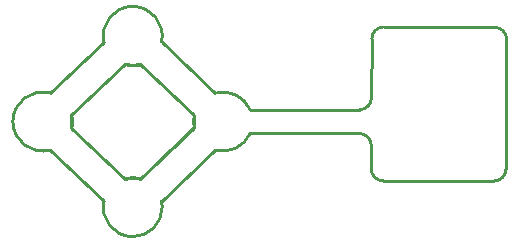
<source format=gko>
G04 Layer: BoardOutline*
G04 EasyEDA v6.4.20.5, 2021-09-11T17:11:42--7:00*
G04 59e5e42a4f444d7ea769f532c57b2946,1286d1f709c949e68cfeef46812bcf49,10*
G04 Gerber Generator version 0.2*
G04 Scale: 100 percent, Rotated: No, Reflected: No *
G04 Dimensions in millimeters *
G04 leading zeros omitted , absolute positions ,4 integer and 5 decimal *
%FSLAX45Y45*%
%MOMM*%

%ADD10C,0.2540*%
D10*
X3154817Y1931649D02*
G01*
X3152493Y1429997D01*
X3254824Y2031773D02*
G01*
X3980002Y2030001D01*
X4290905Y1228105D02*
G01*
X4294992Y1942495D01*
X2720002Y1333187D02*
G01*
X3052493Y1332496D01*
X3980002Y2030001D02*
G01*
X4199808Y2029145D01*
X4189991Y727499D02*
G01*
X3250001Y730001D01*
X2718031Y1131900D02*
G01*
X3042493Y1132497D01*
X4290905Y1228105D02*
G01*
X4290905Y828103D01*
X3150001Y830003D02*
G01*
X3150001Y1030003D01*
X2719994Y1332496D02*
G01*
X2124082Y1333187D01*
X2719994Y1132497D02*
G01*
X2122672Y1131900D01*
X1651782Y1284432D02*
G01*
X1196769Y1715653D01*
X1830628Y1473146D02*
G01*
X1375618Y1904367D01*
X1375618Y559432D02*
G01*
X1830628Y990653D01*
X1196769Y748146D02*
G01*
X1651782Y1179367D01*
X610618Y1284432D02*
G01*
X1065629Y1715653D01*
X1065629Y748146D02*
G01*
X610618Y1179367D01*
X886782Y559432D02*
G01*
X431769Y990653D01*
X886782Y1904367D02*
G01*
X431769Y1473146D01*
G75*
G01*
X1065629Y1715653D02*
G03*
X1196769Y1715653I65570J241248D01*
G75*
G01*
X1375618Y1904368D02*
G03*
X886783Y1904368I-244418J52532D01*
G75*
G01*
X1651782Y1284432D02*
G03*
X1651782Y1179368I244418J-52532D01*
G75*
G01*
X610619Y1179368D02*
G03*
X610619Y1284432I-244418J52532D01*
G75*
G01*
X431770Y1473147D02*
G03*
X431770Y990653I-65573J-241247D01*
G75*
G01*
X1131199Y256901D02*
G03*
X1381199Y506900I0J249999D01*
G75*
G01*
X1381199Y506900D02*
G03*
X1375618Y559432I-250000J6D01*
G75*
G01*
X1196769Y748147D02*
G03*
X1065629Y748147I-65570J-241248D01*
G75*
G01*
X886783Y559432D02*
G03*
X1131199Y256901I244417J-52532D01*
G75*
G01*
X4190906Y728106D02*
G03*
X4290906Y828106I0J100000D01*
G75*
G01*
X3150006Y830003D02*
G03*
X3250006Y730004I100000J0D01*
G75*
G01*
X2124083Y1333188D02*
G03*
X1830791Y1472547I-227882J-101287D01*
G75*
G01*
X1830629Y990653D02*
G03*
X2124898Y1130917I65572J241247D01*
G75*
G01*
X3150006Y1030003D02*
G03*
X3050007Y1130003I-99999J0D01*
G75*
G01*
X4296120Y1929757D02*
G03*
X4196121Y2029757I-99999J0D01*
G75*
G01*
X3052493Y1332497D02*
G03*
X3152493Y1432497I0J100000D01*
G75*
G01*
X3254822Y2031649D02*
G03*
X3154822Y1931650I0J-99999D01*
X1064999Y1714995D02*
G01*
X1099367Y1709338D01*
X1099367Y1709338D02*
G01*
X1126868Y1706839D01*
X1126868Y1706839D02*
G01*
X1154358Y1706831D01*
X1154358Y1706831D02*
G01*
X1196878Y1714324D01*
X1196878Y1714324D02*
G01*
X1651152Y1283774D01*
X1651152Y1283774D02*
G01*
X1645005Y1232484D01*
X1645005Y1232484D02*
G01*
X1650009Y1182496D01*
X1650009Y1182496D02*
G01*
X1196139Y747488D01*
X1196139Y747488D02*
G01*
X1164998Y752497D01*
X1164998Y752497D02*
G01*
X1129995Y754989D01*
X1129995Y754989D02*
G01*
X1097498Y752497D01*
X1097498Y752497D02*
G01*
X1067511Y745007D01*
X1067511Y745007D02*
G01*
X609988Y1178709D01*
X609988Y1178709D02*
G01*
X614370Y1201839D01*
X614370Y1201839D02*
G01*
X616869Y1226847D01*
X616869Y1226847D02*
G01*
X615000Y1254996D01*
X615000Y1254996D02*
G01*
X611865Y1284328D01*
X611865Y1284328D02*
G01*
X1064999Y1714995D01*
X1064999Y1714995D02*
G01*
X1064999Y1714995D01*
X1064999Y1714995D02*
G01*
X1064999Y1714995D01*

%LPD*%
M02*

</source>
